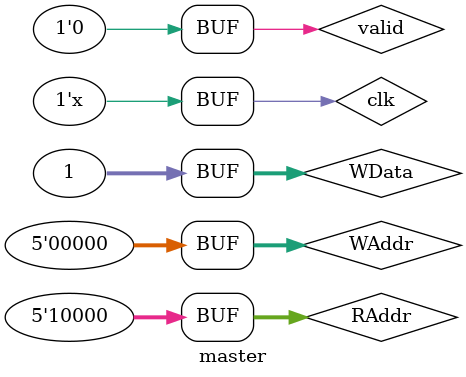
<source format=v>
module master;	

reg clk = 0;	
reg valid = 0;
reg [4:0] WAddr = 0; 
reg [31:0] WData = 0;
reg [4:0] RAddr = 0; 

wire [31:0] RData; 
wire ready; 

slave s(clk, valid, WAddr, WData, RAddr, RData, ready);

always #5 clk <= ~clk;

initial 
begin 	
	#10 valid = 0;
	#10 WAddr = 1; 
	#10 WData = 12345;
	#10 valid = 1;		
	#20 WAddr = 2; 
	#20 WData = 54321;
	#20 RAddr = 16; 
	#20 valid = 0;
	
	#20 WAddr = 0;
	#20 WData[31:0] = 1;
	#20 valid = 0;
	#20 valid = 0;
end

endmodule
</source>
